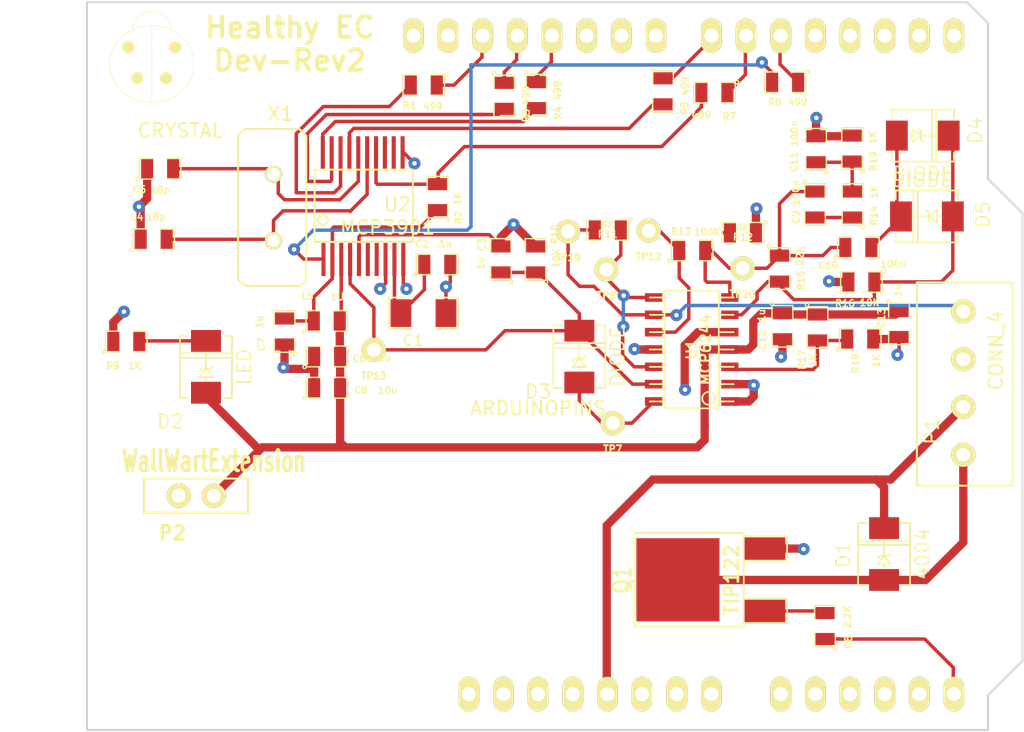
<source format=kicad_pcb>
(kicad_pcb (version 3) (host pcbnew "(2013-07-07 BZR 4022)-stable")
  (layers (15 F.Cu signal) (0 B.Cu signal) (18 B.Paste user) (19 F.Paste user) (20 B.SilkS user) (21 F.SilkS user) (22 B.Mask user) (23 F.Mask user) (28 Edge.Cuts user))
  (net 0 "")
  (net 1 /Arduino/ECPump)
  (net 2 /Arduino/MISO)
  (net 3 /Arduino/MOSI)
  (net 4 /Arduino/SCLK)
  (net 5 /Arduino/V+_ARD)
  (net 6 /Arduino/~CS)
  (net 7 /Arduino/~DR)
  (net 8 /Arduino/~RESET)
  (net 9 /DigitalAccess/DVdd)
  (net 10 /DigitalAccess/EC_Meas)
  (net 11 /DigitalAccess/MISO_ISO)
  (net 12 /DigitalAccess/MOSI_ISO)
  (net 13 /DigitalAccess/OSC1)
  (net 14 /DigitalAccess/OSC2)
  (net 15 /DigitalAccess/REFIN)
  (net 16 /DigitalAccess/SCLK_ISO)
  (net 17 /DigitalAccess/V+_WallWart)
  (net 18 /DigitalAccess/VGND)
  (net 19 /DigitalAccess/~CS_ISO)
  (net 20 /DigitalAccess/~DR)
  (net 21 /DigitalAccess/~RESET)
  (net 22 /EC/EC_Probe+)
  (net 23 /EC/G1)
  (net 24 /EC/f1)
  (net 25 /EC/f2)
  (net 26 "/EC/pin 14")
  (net 27 "/EC/pin 3")
  (net 28 "/EC/pin 6")
  (net 29 "/EC/pin 7")
  (net 30 "/Healthy pH Shield/LED")
  (net 31 /Pumps/SW_ECPump)
  (net 32 AC_Shrunk)
  (net 33 AGND)
  (net 34 EC_Signal)
  (net 35 GND)
  (net 36 N-0000039)
  (module SM1206 (layer F.Cu) (at 209.4484 122.8598)
    (fp_text reference C1 (at -0.762 2.0066) (layer F.SilkS) (effects (font (size 0.762 0.762) (thickness 0.127))))
    (fp_text value 10u hide)
    (pad 1 smd rect (at -1.651 0) (size 1.524 2.032) (layers F.Cu F.Paste F.Mask) (net 15 /DigitalAccess/REFIN))
    (pad 2 smd rect (at 1.651 0) (size 1.524 2.032) (layers F.Cu F.Paste F.Mask) (net 33 AGND))
  )
  (module SM0805 (layer F.Cu) (at 240.875 110.8 90)
    (fp_text reference R19 (at -0.92952 1.5553 90) (layer F.SilkS) (effects (font (size 0.50038 0.50038) (thickness 0.10922))))
    (fp_text value 1K (at 0.81292 1.50196 90) (layer F.SilkS) (effects (font (size 0.50038 0.50038) (thickness 0.10922))))
    (pad 1 smd rect (at -0.9525 0 90) (size 0.889 1.397) (layers F.Cu F.Paste F.Mask) (net 25 /EC/f2))
    (pad 2 smd rect (at 0.9525 0 90) (size 0.889 1.397) (layers F.Cu F.Paste F.Mask) (net 18 /DigitalAccess/VGND))
  )
  (module SM0805 (layer F.Cu) (at 202.38836 128.3335)
    (fp_text reference C8 (at 2.4892 0.1778) (layer F.SilkS) (effects (font (size 0.50038 0.50038) (thickness 0.10922))))
    (fp_text value 10u (at 4.445 0.2032) (layer F.SilkS) (effects (font (size 0.50038 0.50038) (thickness 0.10922))))
    (pad 1 smd rect (at -0.9525 0) (size 0.889 1.397) (layers F.Cu F.Paste F.Mask) (net 33 AGND))
    (pad 2 smd rect (at 0.9525 0) (size 0.889 1.397) (layers F.Cu F.Paste F.Mask) (net 17 /DigitalAccess/V+_WallWart))
  )
  (module SM0805 (layer F.Cu) (at 199.26336 124.2085 90)
    (fp_text reference C7 (at -0.9398 -1.6764 90) (layer F.SilkS) (effects (font (size 0.50038 0.50038) (thickness 0.10922))))
    (fp_text value 1u (at 0.7112 -1.8288 90) (layer F.SilkS) (effects (font (size 0.50038 0.50038) (thickness 0.10922))))
    (pad 1 smd rect (at -0.9525 0 90) (size 0.889 1.397) (layers F.Cu F.Paste F.Mask) (net 33 AGND))
    (pad 2 smd rect (at 0.9525 0 90) (size 0.889 1.397) (layers F.Cu F.Paste F.Mask) (net 9 /DigitalAccess/DVdd))
  )
  (module SM0805 (layer F.Cu) (at 202.36336 123.4335)
    (fp_text reference L5 (at -1.4265 -1.81322) (layer F.SilkS) (effects (font (size 0.50038 0.50038) (thickness 0.10922))))
    (fp_text value 1U (at 0.76552 -1.77258) (layer F.SilkS) (effects (font (size 0.50038 0.50038) (thickness 0.10922))))
    (pad 1 smd rect (at -0.9525 0) (size 0.889 1.397) (layers F.Cu F.Paste F.Mask) (net 9 /DigitalAccess/DVdd))
    (pad 2 smd rect (at 0.9525 0) (size 0.889 1.397) (layers F.Cu F.Paste F.Mask) (net 17 /DigitalAccess/V+_WallWart))
  )
  (module SM0805 (layer F.Cu) (at 190.15 112.275)
    (fp_text reference C5 (at -1.524 1.524) (layer F.SilkS) (effects (font (size 0.50038 0.50038) (thickness 0.10922))))
    (fp_text value 18p (at 0 1.524) (layer F.SilkS) (effects (font (size 0.50038 0.50038) (thickness 0.10922))))
    (pad 1 smd rect (at -0.9525 0) (size 0.889 1.397) (layers F.Cu F.Paste F.Mask) (net 33 AGND))
    (pad 2 smd rect (at 0.9525 0) (size 0.889 1.397) (layers F.Cu F.Paste F.Mask) (net 14 /DigitalAccess/OSC2))
  )
  (module SM0805 (layer F.Cu) (at 189.675 117.45)
    (fp_text reference C4 (at -1.2446 -1.6256) (layer F.SilkS) (effects (font (size 0.50038 0.50038) (thickness 0.10922))))
    (fp_text value 18p (at 0.1778 -1.651) (layer F.SilkS) (effects (font (size 0.50038 0.50038) (thickness 0.10922))))
    (pad 1 smd rect (at -0.9525 0) (size 0.889 1.397) (layers F.Cu F.Paste F.Mask) (net 33 AGND))
    (pad 2 smd rect (at 0.9525 0) (size 0.889 1.397) (layers F.Cu F.Paste F.Mask) (net 13 /DigitalAccess/OSC1))
  )
  (module SM0805 (layer F.Cu) (at 202.38836 126.0335)
    (fp_text reference C6 (at 2.3622 0.1778) (layer F.SilkS) (effects (font (size 0.50038 0.50038) (thickness 0.10922))))
    (fp_text value .1u (at 4.1148 0.0762) (layer F.SilkS) (effects (font (size 0.50038 0.50038) (thickness 0.10922))))
    (pad 1 smd rect (at -0.9525 0) (size 0.889 1.397) (layers F.Cu F.Paste F.Mask) (net 33 AGND))
    (pad 2 smd rect (at 0.9525 0) (size 0.889 1.397) (layers F.Cu F.Paste F.Mask) (net 17 /DigitalAccess/V+_WallWart))
  )
  (module SM0805 (layer F.Cu) (at 210.47964 114.36096 90)
    (fp_text reference R2 (at -1.4986 1.5494 90) (layer F.SilkS) (effects (font (size 0.50038 0.50038) (thickness 0.10922))))
    (fp_text value 1K (at -0.1016 1.4732 90) (layer F.SilkS) (effects (font (size 0.50038 0.50038) (thickness 0.10922))))
    (pad 1 smd rect (at -0.9525 0 90) (size 0.889 1.397) (layers F.Cu F.Paste F.Mask) (net 9 /DigitalAccess/DVdd))
    (pad 2 smd rect (at 0.9525 0 90) (size 0.889 1.397) (layers F.Cu F.Paste F.Mask) (net 20 /DigitalAccess/~DR))
  )
  (module SM0805 (layer F.Cu) (at 210.4644 119.28856)
    (fp_text reference C2 (at -1.1176 -1.50876) (layer F.SilkS) (effects (font (size 0.50038 0.50038) (thickness 0.10922))))
    (fp_text value .1u (at 0.4826 -1.53416) (layer F.SilkS) (effects (font (size 0.50038 0.50038) (thickness 0.10922))))
    (pad 1 smd rect (at -0.9525 0) (size 0.889 1.397) (layers F.Cu F.Paste F.Mask) (net 15 /DigitalAccess/REFIN))
    (pad 2 smd rect (at 0.9525 0) (size 0.889 1.397) (layers F.Cu F.Paste F.Mask) (net 33 AGND))
  )
  (module SM0805 (layer F.Cu) (at 238.3282 123.9139 270)
    (fp_text reference R17 (at 2.35966 1.12522 270) (layer F.SilkS) (effects (font (size 0.50038 0.50038) (thickness 0.10922))))
    (fp_text value 1K (at 2.44856 -4.29768 270) (layer F.SilkS) (effects (font (size 0.50038 0.50038) (thickness 0.10922))))
    (pad 1 smd rect (at -0.9525 0 270) (size 0.889 1.397) (layers F.Cu F.Paste F.Mask) (net 17 /DigitalAccess/V+_WallWart))
    (pad 2 smd rect (at 0.9525 0 270) (size 0.889 1.397) (layers F.Cu F.Paste F.Mask) (net 27 "/EC/pin 3"))
  )
  (module SM0805 (layer F.Cu) (at 241.4651 124.7648)
    (fp_text reference R18 (at -0.35052 1.77546 90) (layer F.SilkS) (effects (font (size 0.50038 0.50038) (thickness 0.10922))))
    (fp_text value 1K (at -3.4798 1.54432 90) (layer F.SilkS) (effects (font (size 0.50038 0.50038) (thickness 0.10922))))
    (pad 1 smd rect (at -0.9525 0) (size 0.889 1.397) (layers F.Cu F.Paste F.Mask) (net 27 "/EC/pin 3"))
    (pad 2 smd rect (at 0.9525 0) (size 0.889 1.397) (layers F.Cu F.Paste F.Mask) (net 33 AGND))
  )
  (module SM0805 (layer F.Cu) (at 215.125 118.925 90)
    (fp_text reference C3 (at 1.0922 -1.397 90) (layer F.SilkS) (effects (font (size 0.50038 0.50038) (thickness 0.10922))))
    (fp_text value 1u (at -0.2794 -1.4732 90) (layer F.SilkS) (effects (font (size 0.50038 0.50038) (thickness 0.10922))))
    (pad 1 smd rect (at -0.9525 0 90) (size 0.889 1.397) (layers F.Cu F.Paste F.Mask) (net 10 /DigitalAccess/EC_Meas))
    (pad 2 smd rect (at 0.9525 0 90) (size 0.889 1.397) (layers F.Cu F.Paste F.Mask) (net 18 /DigitalAccess/VGND))
  )
  (module SM0805 (layer F.Cu) (at 241.55 120.575 180)
    (fp_text reference R16 (at 1.19996 -1.5736 180) (layer F.SilkS) (effects (font (size 0.50038 0.50038) (thickness 0.10922))))
    (fp_text value 10K (at -0.59582 -1.52026 180) (layer F.SilkS) (effects (font (size 0.50038 0.50038) (thickness 0.10922))))
    (pad 1 smd rect (at -0.9525 0 180) (size 0.889 1.397) (layers F.Cu F.Paste F.Mask) (net 28 "/EC/pin 6"))
    (pad 2 smd rect (at 0.9525 0 180) (size 0.889 1.397) (layers F.Cu F.Paste F.Mask) (net 18 /DigitalAccess/VGND))
  )
  (module SM0805 (layer F.Cu) (at 238.225 110.85 90)
    (fp_text reference C11 (at -0.9398 -1.6256 90) (layer F.SilkS) (effects (font (size 0.50038 0.50038) (thickness 0.10922))))
    (fp_text value 100n (at 1.1474 -1.5732 90) (layer F.SilkS) (effects (font (size 0.50038 0.50038) (thickness 0.10922))))
    (pad 1 smd rect (at -0.9525 0 90) (size 0.889 1.397) (layers F.Cu F.Paste F.Mask) (net 25 /EC/f2))
    (pad 2 smd rect (at 0.9525 0 90) (size 0.889 1.397) (layers F.Cu F.Paste F.Mask) (net 18 /DigitalAccess/VGND))
  )
  (module SM0805 (layer F.Cu) (at 241.325 118.05)
    (fp_text reference C10 (at -2.20178 1.32492) (layer F.SilkS) (effects (font (size 0.50038 0.50038) (thickness 0.10922))))
    (fp_text value 100n (at 2.56326 1.20046) (layer F.SilkS) (effects (font (size 0.50038 0.50038) (thickness 0.10922))))
    (pad 1 smd rect (at -0.9525 0) (size 0.889 1.397) (layers F.Cu F.Paste F.Mask) (net 29 "/EC/pin 7"))
    (pad 2 smd rect (at 0.9525 0) (size 0.889 1.397) (layers F.Cu F.Paste F.Mask) (net 23 /EC/G1))
  )
  (module SM0805 (layer F.Cu) (at 235.55 119.6 270)
    (fp_text reference R15 (at 0.87728 -1.56408 270) (layer F.SilkS) (effects (font (size 0.50038 0.50038) (thickness 0.10922))))
    (fp_text value 22K (at -0.93628 -1.51074 270) (layer F.SilkS) (effects (font (size 0.50038 0.50038) (thickness 0.10922))))
    (pad 1 smd rect (at -0.9525 0 270) (size 0.889 1.397) (layers F.Cu F.Paste F.Mask) (net 29 "/EC/pin 7"))
    (pad 2 smd rect (at 0.9525 0 270) (size 0.889 1.397) (layers F.Cu F.Paste F.Mask) (net 28 "/EC/pin 6"))
  )
  (module SM0805 (layer F.Cu) (at 238.15 114.9 270)
    (fp_text reference C9 (at 0.91892 1.39152 270) (layer F.SilkS) (effects (font (size 0.50038 0.50038) (thickness 0.10922))))
    (fp_text value 100n (at -0.85908 1.4093 270) (layer F.SilkS) (effects (font (size 0.50038 0.50038) (thickness 0.10922))))
    (pad 1 smd rect (at -0.9525 0 270) (size 0.889 1.397) (layers F.Cu F.Paste F.Mask) (net 29 "/EC/pin 7"))
    (pad 2 smd rect (at 0.9525 0 270) (size 0.889 1.397) (layers F.Cu F.Paste F.Mask) (net 24 /EC/f1))
  )
  (module SM0805 (layer F.Cu) (at 240.9 114.9 90)
    (fp_text reference R14 (at -0.81224 1.56586 90) (layer F.SilkS) (effects (font (size 0.50038 0.50038) (thickness 0.10922))))
    (fp_text value 1K (at 0.9302 1.58364 90) (layer F.SilkS) (effects (font (size 0.50038 0.50038) (thickness 0.10922))))
    (pad 1 smd rect (at -0.9525 0 90) (size 0.889 1.397) (layers F.Cu F.Paste F.Mask) (net 24 /EC/f1))
    (pad 2 smd rect (at 0.9525 0 90) (size 0.889 1.397) (layers F.Cu F.Paste F.Mask) (net 25 /EC/f2))
  )
  (module SM0805 (layer F.Cu) (at 229.14864 118.27256)
    (fp_text reference R13 (at -0.81788 -1.38684) (layer F.SilkS) (effects (font (size 0.50038 0.50038) (thickness 0.10922))))
    (fp_text value 100K (at 1.10236 -1.35128) (layer F.SilkS) (effects (font (size 0.50038 0.50038) (thickness 0.10922))))
    (pad 1 smd rect (at -0.9525 0) (size 0.889 1.397) (layers F.Cu F.Paste F.Mask) (net 32 AC_Shrunk))
    (pad 2 smd rect (at 0.9525 0) (size 0.889 1.397) (layers F.Cu F.Paste F.Mask) (net 29 "/EC/pin 7"))
  )
  (module SM0805 (layer F.Cu) (at 217.675 118.925 90)
    (fp_text reference R10 (at 1.8542 1.397 90) (layer F.SilkS) (effects (font (size 0.50038 0.50038) (thickness 0.10922))))
    (fp_text value 10K (at 0.0762 1.524 90) (layer F.SilkS) (effects (font (size 0.50038 0.50038) (thickness 0.10922))))
    (pad 1 smd rect (at -0.9525 0 90) (size 0.889 1.397) (layers F.Cu F.Paste F.Mask) (net 10 /DigitalAccess/EC_Meas))
    (pad 2 smd rect (at 0.9525 0 90) (size 0.889 1.397) (layers F.Cu F.Paste F.Mask) (net 18 /DigitalAccess/VGND))
  )
  (module SM0805 (layer F.Cu) (at 209.4738 106.1466 180)
    (fp_text reference R1 (at 1.0414 -1.4986 180) (layer F.SilkS) (effects (font (size 0.50038 0.50038) (thickness 0.10922))))
    (fp_text value 499 (at -0.6604 -1.5748 180) (layer F.SilkS) (effects (font (size 0.50038 0.50038) (thickness 0.10922))))
    (pad 1 smd rect (at -0.9525 0 180) (size 0.889 1.397) (layers F.Cu F.Paste F.Mask) (net 4 /Arduino/SCLK))
    (pad 2 smd rect (at 0.9525 0 180) (size 0.889 1.397) (layers F.Cu F.Paste F.Mask) (net 16 /DigitalAccess/SCLK_ISO))
  )
  (module SM0805 (layer F.Cu) (at 187.6679 124.9426)
    (fp_text reference R9 (at -0.9779 1.778) (layer F.SilkS) (effects (font (size 0.50038 0.50038) (thickness 0.10922))))
    (fp_text value 1K (at 0.6223 1.778) (layer F.SilkS) (effects (font (size 0.50038 0.50038) (thickness 0.10922))))
    (pad 1 smd rect (at -0.9525 0) (size 0.889 1.397) (layers F.Cu F.Paste F.Mask) (net 33 AGND))
    (pad 2 smd rect (at 0.9525 0) (size 0.889 1.397) (layers F.Cu F.Paste F.Mask) (net 30 "/Healthy pH Shield/LED"))
  )
  (module SM0805 (layer F.Cu) (at 215.37422 106.934 270)
    (fp_text reference R3 (at 1.4478 -1.6002 270) (layer F.SilkS) (effects (font (size 0.50038 0.50038) (thickness 0.10922))))
    (fp_text value 499 (at -0.0254 -1.6002 270) (layer F.SilkS) (effects (font (size 0.50038 0.50038) (thickness 0.10922))))
    (pad 1 smd rect (at -0.9525 0 270) (size 0.889 1.397) (layers F.Cu F.Paste F.Mask) (net 2 /Arduino/MISO))
    (pad 2 smd rect (at 0.9525 0 270) (size 0.889 1.397) (layers F.Cu F.Paste F.Mask) (net 11 /DigitalAccess/MISO_ISO))
  )
  (module SM0805 (layer F.Cu) (at 217.7288 106.8832 270)
    (fp_text reference R4 (at 1.2954 -1.6002 270) (layer F.SilkS) (effects (font (size 0.50038 0.50038) (thickness 0.10922))))
    (fp_text value 499 (at -0.3302 -1.5748 270) (layer F.SilkS) (effects (font (size 0.50038 0.50038) (thickness 0.10922))))
    (pad 1 smd rect (at -0.9525 0 270) (size 0.889 1.397) (layers F.Cu F.Paste F.Mask) (net 3 /Arduino/MOSI))
    (pad 2 smd rect (at 0.9525 0 270) (size 0.889 1.397) (layers F.Cu F.Paste F.Mask) (net 12 /DigitalAccess/MOSI_ISO))
  )
  (module SM0805 (layer F.Cu) (at 227.00742 106.6038 270)
    (fp_text reference R5 (at 1.2446 -1.6002 270) (layer F.SilkS) (effects (font (size 0.50038 0.50038) (thickness 0.10922))))
    (fp_text value 499 (at -0.381 -1.6256 270) (layer F.SilkS) (effects (font (size 0.50038 0.50038) (thickness 0.10922))))
    (pad 1 smd rect (at -0.9525 0 270) (size 0.889 1.397) (layers F.Cu F.Paste F.Mask) (net 6 /Arduino/~CS))
    (pad 2 smd rect (at 0.9525 0 270) (size 0.889 1.397) (layers F.Cu F.Paste F.Mask) (net 19 /DigitalAccess/~CS_ISO))
  )
  (module SM0805 (layer F.Cu) (at 238.87938 145.796 90)
    (fp_text reference R8 (at -1.1684 1.7272 90) (layer F.SilkS) (effects (font (size 0.50038 0.50038) (thickness 0.10922))))
    (fp_text value 2.2K (at 0.6604 1.6256 90) (layer F.SilkS) (effects (font (size 0.50038 0.50038) (thickness 0.10922))))
    (pad 1 smd rect (at -0.9525 0 90) (size 0.889 1.397) (layers F.Cu F.Paste F.Mask) (net 1 /Arduino/ECPump))
    (pad 2 smd rect (at 0.9525 0 90) (size 0.889 1.397) (layers F.Cu F.Paste F.Mask) (net 36 N-0000039))
  )
  (module SM0805 (layer F.Cu) (at 230.77678 106.69778 180)
    (fp_text reference R7 (at -1.0922 -1.7526 180) (layer F.SilkS) (effects (font (size 0.50038 0.50038) (thickness 0.10922))))
    (fp_text value 499 (at 0.9652 -1.651 180) (layer F.SilkS) (effects (font (size 0.50038 0.50038) (thickness 0.10922))))
    (pad 1 smd rect (at -0.9525 0 180) (size 0.889 1.397) (layers F.Cu F.Paste F.Mask) (net 7 /Arduino/~DR))
    (pad 2 smd rect (at 0.9525 0 180) (size 0.889 1.397) (layers F.Cu F.Paste F.Mask) (net 20 /DigitalAccess/~DR))
  )
  (module SM0805 (layer F.Cu) (at 235.95838 105.9434 180)
    (fp_text reference R6 (at 0.762 -1.4732 180) (layer F.SilkS) (effects (font (size 0.50038 0.50038) (thickness 0.10922))))
    (fp_text value 499 (at -0.9144 -1.4478 180) (layer F.SilkS) (effects (font (size 0.50038 0.50038) (thickness 0.10922))))
    (pad 1 smd rect (at -0.9525 0 180) (size 0.889 1.397) (layers F.Cu F.Paste F.Mask) (net 8 /Arduino/~RESET))
    (pad 2 smd rect (at 0.9525 0 180) (size 0.889 1.397) (layers F.Cu F.Paste F.Mask) (net 21 /DigitalAccess/~RESET))
  )
  (module LB_TestPoint (layer F.Cu) (at 205.8162 125.5522)
    (fp_text reference TP15 (at 0 1.9) (layer F.SilkS) (effects (font (size 0.508 0.508) (thickness 0.127))))
    (fp_text value CONN_1 (at 0 -0.1) (layer F.SilkS) (effects (font (size 0.254 0.254) (thickness 0.0635))))
    (pad 1 thru_hole circle (at 0 0) (size 1.778 1.778) (drill 1.016) (layers *.Cu *.Mask F.SilkS) (net 10 /DigitalAccess/EC_Meas))
  )
  (module LB_MCP3901 (layer F.Cu) (at 201.422 112.395)
    (fp_text reference U2 (at 6.1214 2.4892) (layer F.SilkS))
    (fp_text value MCP3901 (at 5.3848 4.191) (layer F.SilkS))
    (pad 1 smd rect (at 0.7 6.5) (size 0.3 2.5) (layers F.Cu F.Paste F.Mask) (net 21 /DigitalAccess/~RESET))
    (pad 2 smd rect (at 1.35 6.5) (size 0.3 2.5) (layers F.Cu F.Paste F.Mask) (net 9 /DigitalAccess/DVdd))
    (pad 3 smd rect (at 2 6.5) (size 0.3 2.5) (layers F.Cu F.Paste F.Mask) (net 17 /DigitalAccess/V+_WallWart))
    (pad 4 smd rect (at 2.65 6.5) (size 0.3 2.5) (layers F.Cu F.Paste F.Mask) (net 10 /DigitalAccess/EC_Meas))
    (pad 5 smd rect (at 3.3 6.5) (size 0.3 2.5) (layers F.Cu F.Paste F.Mask) (net 18 /DigitalAccess/VGND))
    (pad 6 smd rect (at 3.95 6.5) (size 0.3 2.5) (layers F.Cu F.Paste F.Mask))
    (pad 7 smd rect (at 4.6 6.5) (size 0.3 2.5) (layers F.Cu F.Paste F.Mask))
    (pad 8 smd rect (at 5.25 6.5) (size 0.3 2.5) (layers F.Cu F.Paste F.Mask) (net 33 AGND))
    (pad 9 smd rect (at 5.9 6.5) (size 0.3 2.5) (layers F.Cu F.Paste F.Mask) (net 15 /DigitalAccess/REFIN))
    (pad 10 smd rect (at 6.55 6.5) (size 0.3 2.5) (layers F.Cu F.Paste F.Mask) (net 33 AGND))
    (pad 11 smd rect (at 6.5 -1.25) (size 0.3 2.5) (layers F.Cu F.Paste F.Mask) (net 33 AGND))
    (pad 12 smd rect (at 5.85 -1.25) (size 0.3 2.5) (layers F.Cu F.Paste F.Mask))
    (pad 13 smd rect (at 5.2 -1.25) (size 0.3 2.5) (layers F.Cu F.Paste F.Mask))
    (pad 14 smd rect (at 4.55 -1.25) (size 0.3 2.5) (layers F.Cu F.Paste F.Mask) (net 20 /DigitalAccess/~DR))
    (pad 15 smd rect (at 3.9 -1.25) (size 0.3 2.5) (layers F.Cu F.Paste F.Mask) (net 13 /DigitalAccess/OSC1))
    (pad 16 smd rect (at 3.25 -1.25) (size 0.3 2.5) (layers F.Cu F.Paste F.Mask) (net 14 /DigitalAccess/OSC2))
    (pad 17 smd rect (at 2.6 -1.25) (size 0.3 2.5) (layers F.Cu F.Paste F.Mask) (net 19 /DigitalAccess/~CS_ISO))
    (pad 18 smd rect (at 1.95 -1.25) (size 0.3 2.5) (layers F.Cu F.Paste F.Mask) (net 16 /DigitalAccess/SCLK_ISO))
    (pad 19 smd rect (at 1.3 -1.25) (size 0.3 2.5) (layers F.Cu F.Paste F.Mask) (net 11 /DigitalAccess/MISO_ISO))
    (pad 20 smd rect (at 0.65 -1.25) (size 0.3 2.5) (layers F.Cu F.Paste F.Mask) (net 12 /DigitalAccess/MOSI_ISO))
  )
  (module LB_Crystal (layer F.Cu) (at 195.8594 109.3724 270)
    (fp_text reference X1 (at -1.13396 -3.1086 360) (layer F.SilkS))
    (fp_text value CRYSTAL (at 0.10556 4.25232 360) (layer F.SilkS))
    (pad 1 thru_hole circle (at 3.3 -2.6 270) (size 1.27 1.27) (drill 0.9) (layers *.Cu *.Mask F.SilkS) (net 14 /DigitalAccess/OSC2))
    (pad 2 thru_hole circle (at 8.18 -2.6 270) (size 1.27 1.27) (drill 0.9) (layers *.Cu *.Mask F.SilkS) (net 13 /DigitalAccess/OSC1))
  )
  (module LB_4PosTB (layer F.Cu) (at 245.618 135.509 90)
    (fp_text reference P1 (at 3.9878 1.0922 90) (layer F.SilkS))
    (fp_text value CONN_4 (at 9.9 5.8 90) (layer F.SilkS))
    (pad 1 thru_hole circle (at 2.27 3.4 90) (size 1.778 1.778) (drill 1) (layers *.Cu *.Mask F.SilkS) (net 31 /Pumps/SW_ECPump))
    (pad 2 thru_hole circle (at 5.77 3.4 90) (size 1.778 1.778) (drill 1) (layers *.Cu *.Mask F.SilkS) (net 5 /Arduino/V+_ARD))
    (pad 3 thru_hole circle (at 9.27 3.4 90) (size 1.778 1.778) (drill 1) (layers *.Cu *.Mask F.SilkS) (net 18 /DigitalAccess/VGND))
    (pad 4 thru_hole circle (at 12.77 3.4 90) (size 1.778 1.778) (drill 0.9906) (layers *.Cu *.Mask F.SilkS) (net 22 /EC/EC_Probe+))
  )
  (module LB_2TB (layer F.Cu) (at 188.976 137.4902)
    (fp_text reference P2 (at 2.06 1.5) (layer F.SilkS) (effects (font (thickness 0.25))))
    (fp_text value WallWartExtension (at 5.12 -3.79) (layer F.SilkS) (effects (font (size 1.524 1) (thickness 0.25))))
    (pad 1 thru_hole circle (at 2.54 -1.25) (size 1.778 1.778) (drill 1.016) (layers *.Cu *.Mask F.SilkS) (net 33 AGND))
    (pad 2 thru_hole circle (at 5.1 -1.24) (size 1.778 1.778) (drill 1.016) (layers *.Cu *.Mask F.SilkS) (net 17 /DigitalAccess/V+_WallWart))
  )
  (module "DO-214AC(SMA)" (layer F.Cu) (at 220.875 126.05 90)
    (fp_text reference D3 (at -2.5654 -3.0226 180) (layer F.SilkS) (effects (font (size 1.00076 1.00076) (thickness 0.11938))))
    (fp_text value DIODE (at 0 2.79908 90) (layer F.SilkS) (effects (font (size 1.00076 1.00076) (thickness 0.11938))))
    (pad 1 smd rect (at -1.89992 0 90) (size 1.6002 2.19964) (layers F.Cu F.Paste F.Mask) (net 26 "/EC/pin 14"))
    (pad 2 smd rect (at 1.89992 0 90) (size 1.6002 2.19964) (layers F.Cu F.Paste F.Mask) (net 10 /DigitalAccess/EC_Meas))
  )
  (module "DO-214AC(SMA)" (layer F.Cu) (at 246.35 115.775 180)
    (fp_text reference D5 (at -4.10034 0.1369 270) (layer F.SilkS) (effects (font (size 1.00076 1.00076) (thickness 0.11938))))
    (fp_text value DIODE (at 0.3556 2.667 180) (layer F.SilkS) (effects (font (size 1.00076 1.00076) (thickness 0.11938))))
    (pad 1 smd rect (at -1.89992 0 180) (size 1.6002 2.19964) (layers F.Cu F.Paste F.Mask) (net 28 "/EC/pin 6"))
    (pad 2 smd rect (at 1.89992 0 180) (size 1.6002 2.19964) (layers F.Cu F.Paste F.Mask) (net 23 /EC/G1))
  )
  (module "DO-214AC(SMA)" (layer F.Cu) (at 246.05 109.85)
    (fp_text reference D4 (at 3.85648 -0.36066 90) (layer F.SilkS) (effects (font (size 1.00076 1.00076) (thickness 0.11938))))
    (fp_text value DIODE (at 0 2.79908) (layer F.SilkS) (effects (font (size 1.00076 1.00076) (thickness 0.11938))))
    (pad 1 smd rect (at -1.89992 0) (size 1.6002 2.19964) (layers F.Cu F.Paste F.Mask) (net 23 /EC/G1))
    (pad 2 smd rect (at 1.89992 0) (size 1.6002 2.19964) (layers F.Cu F.Paste F.Mask) (net 28 "/EC/pin 6"))
  )
  (module "DO-214AC(SMA)" (layer F.Cu) (at 193.5099 126.7968 90)
    (fp_text reference D2 (at -4.0132 -2.6289 180) (layer F.SilkS) (effects (font (size 1.00076 1.00076) (thickness 0.11938))))
    (fp_text value LED (at 0 2.79908 90) (layer F.SilkS) (effects (font (size 1.00076 1.00076) (thickness 0.11938))))
    (pad 1 smd rect (at -1.89992 0 90) (size 1.6002 2.19964) (layers F.Cu F.Paste F.Mask) (net 17 /DigitalAccess/V+_WallWart))
    (pad 2 smd rect (at 1.89992 0 90) (size 1.6002 2.19964) (layers F.Cu F.Paste F.Mask) (net 30 "/Healthy pH Shield/LED"))
  )
  (module "DO-214AC(SMA)" (layer F.Cu) (at 243.21262 140.52042 90)
    (fp_text reference D1 (at -0.04064 -2.98958 90) (layer F.SilkS) (effects (font (size 1.00076 1.00076) (thickness 0.11938))))
    (fp_text value 4004 (at 0 2.79908 90) (layer F.SilkS) (effects (font (size 1.00076 1.00076) (thickness 0.11938))))
    (pad 1 smd rect (at -1.89992 0 90) (size 1.6002 2.19964) (layers F.Cu F.Paste F.Mask) (net 31 /Pumps/SW_ECPump))
    (pad 2 smd rect (at 1.89992 0 90) (size 1.6002 2.19964) (layers F.Cu F.Paste F.Mask) (net 5 /Arduino/V+_ARD))
  )
  (module so-14 (layer F.Cu) (at 229.11308 125.5268 90)
    (fp_text reference U1 (at 0 0 90) (layer F.SilkS) (effects (font (size 0.7493 0.7493) (thickness 0.14986))))
    (fp_text value MCP6244 (at 0 1.016 90) (layer F.SilkS) (effects (font (size 0.7493 0.7493) (thickness 0.14986))))
    (pad 1 smd rect (at -3.81 2.794 90) (size 0.635 1.27) (layers F.Cu F.Paste F.Mask) (net 18 /DigitalAccess/VGND))
    (pad 2 smd rect (at -2.54 2.794 90) (size 0.635 1.27) (layers F.Cu F.Paste F.Mask) (net 18 /DigitalAccess/VGND))
    (pad 3 smd rect (at -1.27 2.794 90) (size 0.635 1.27) (layers F.Cu F.Paste F.Mask) (net 27 "/EC/pin 3"))
    (pad 4 smd rect (at 0 2.794 90) (size 0.635 1.27) (layers F.Cu F.Paste F.Mask) (net 17 /DigitalAccess/V+_WallWart))
    (pad 5 smd rect (at 1.27 2.794 90) (size 0.635 1.27) (layers F.Cu F.Paste F.Mask) (net 18 /DigitalAccess/VGND))
    (pad 6 smd rect (at 2.54 2.794 90) (size 0.635 1.27) (layers F.Cu F.Paste F.Mask) (net 28 "/EC/pin 6"))
    (pad 7 smd rect (at 3.81 2.794 90) (size 0.635 1.27) (layers F.Cu F.Paste F.Mask) (net 29 "/EC/pin 7"))
    (pad 8 smd rect (at 3.81 -2.794 90) (size 0.635 1.27) (layers F.Cu F.Paste F.Mask) (net 34 EC_Signal))
    (pad 9 smd rect (at 2.54 -2.794 90) (size 0.635 1.27) (layers F.Cu F.Paste F.Mask) (net 22 /EC/EC_Probe+))
    (pad 10 smd rect (at 1.27 -2.794 90) (size 0.635 1.27) (layers F.Cu F.Paste F.Mask) (net 32 AC_Shrunk))
    (pad 11 smd rect (at 0 -2.794 90) (size 0.635 1.27) (layers F.Cu F.Paste F.Mask) (net 33 AGND))
    (pad 12 smd rect (at -1.27 -2.794 90) (size 0.635 1.27) (layers F.Cu F.Paste F.Mask) (net 34 EC_Signal))
    (pad 13 smd rect (at -2.54 -2.794 90) (size 0.635 1.27) (layers F.Cu F.Paste F.Mask) (net 10 /DigitalAccess/EC_Meas))
    (pad 14 smd rect (at -3.81 -2.794 90) (size 0.635 1.27) (layers F.Cu F.Paste F.Mask) (net 26 "/EC/pin 14"))
  )
  (module DPAK2 (layer F.Cu) (at 234.45216 142.4051 90)
    (fp_text reference Q1 (at 0 -10.414 90) (layer F.SilkS) (effects (font (size 1.27 1.016) (thickness 0.2032))))
    (fp_text value TIP122 (at 0 -2.413 90) (layer F.SilkS) (effects (font (size 1.016 1.016) (thickness 0.2032))))
    (pad 1 smd rect (at -2.286 0 90) (size 1.651 3.048) (layers F.Cu F.Paste F.Mask) (net 36 N-0000039))
    (pad 2 smd rect (at 0 -6.35 90) (size 6.096 6.096) (layers F.Cu F.Paste F.Mask) (net 31 /Pumps/SW_ECPump))
    (pad 3 smd rect (at 2.286 0 90) (size 1.651 3.048) (layers F.Cu F.Paste F.Mask) (net 35 GND))
  )
  (module SM0805 (layer F.Cu) (at 235.7628 123.825 270)
    (fp_text reference C12 (at 1.00838 1.45796 270) (layer F.SilkS) (effects (font (size 0.50038 0.50038) (thickness 0.10922))))
    (fp_text value .1u (at -0.68072 1.52908 270) (layer F.SilkS) (effects (font (size 0.50038 0.50038) (thickness 0.10922))))
    (pad 1 smd rect (at -0.9525 0 270) (size 0.889 1.397) (layers F.Cu F.Paste F.Mask) (net 17 /DigitalAccess/V+_WallWart))
    (pad 2 smd rect (at 0.9525 0 270) (size 0.889 1.397) (layers F.Cu F.Paste F.Mask) (net 33 AGND))
  )
  (module SM0805 (layer F.Cu) (at 244.3099 123.6599 270)
    (fp_text reference C13 (at -0.4445 1.27508 270) (layer F.SilkS) (effects (font (size 0.50038 0.50038) (thickness 0.10922))))
    (fp_text value .1u (at -2.36474 0.1016 270) (layer F.SilkS) (effects (font (size 0.50038 0.50038) (thickness 0.10922))))
    (pad 1 smd rect (at -0.9525 0 270) (size 0.889 1.397) (layers F.Cu F.Paste F.Mask) (net 17 /DigitalAccess/V+_WallWart))
    (pad 2 smd rect (at 0.9525 0 270) (size 0.889 1.397) (layers F.Cu F.Paste F.Mask) (net 33 AGND))
  )
  (module LB_TestPoint (layer F.Cu) (at 232.8418 119.5705)
    (fp_text reference TP20 (at 0 1.9) (layer F.SilkS) (effects (font (size 0.508 0.508) (thickness 0.127))))
    (fp_text value CONN_1 (at 0 -0.1) (layer F.SilkS) (effects (font (size 0.254 0.254) (thickness 0.0635))))
    (pad 1 thru_hole circle (at 0 0) (size 1.778 1.778) (drill 1.016) (layers *.Cu *.Mask F.SilkS) (net 29 "/EC/pin 7"))
  )
  (module LB_TestPoint (layer F.Cu) (at 225.9584 116.8146)
    (fp_text reference TP12 (at 0 1.9) (layer F.SilkS) (effects (font (size 0.508 0.508) (thickness 0.127))))
    (fp_text value CONN_1 (at 0 -0.1) (layer F.SilkS) (effects (font (size 0.254 0.254) (thickness 0.0635))))
    (pad 1 thru_hole circle (at 0 0) (size 1.778 1.778) (drill 1.016) (layers *.Cu *.Mask F.SilkS) (net 32 AC_Shrunk))
  )
  (module LB_TestPoint (layer F.Cu) (at 222.86214 119.66194)
    (fp_text reference TP8 (at 0 1.9) (layer F.SilkS) (effects (font (size 0.508 0.508) (thickness 0.127))))
    (fp_text value CONN_1 (at 0 -0.1) (layer F.SilkS) (effects (font (size 0.254 0.254) (thickness 0.0635))))
    (pad 1 thru_hole circle (at 0 0) (size 1.778 1.778) (drill 1.016) (layers *.Cu *.Mask F.SilkS) (net 34 EC_Signal))
  )
  (module LB_TestPoint (layer F.Cu) (at 223.325 130.925)
    (fp_text reference TP7 (at 0 1.9) (layer F.SilkS) (effects (font (size 0.508 0.508) (thickness 0.127))))
    (fp_text value CONN_1 (at 0 -0.1) (layer F.SilkS) (effects (font (size 0.254 0.254) (thickness 0.0635))))
    (pad 1 thru_hole circle (at 0 0) (size 1.778 1.778) (drill 1.016) (layers *.Cu *.Mask F.SilkS) (net 26 "/EC/pin 14"))
  )
  (module LB_TestPoint (layer F.Cu) (at 220.05 116.875)
    (fp_text reference TP18 (at 0 1.9) (layer F.SilkS) (effects (font (size 0.508 0.508) (thickness 0.127))))
    (fp_text value CONN_1 (at 0 -0.1) (layer F.SilkS) (effects (font (size 0.254 0.254) (thickness 0.0635))))
    (pad 1 thru_hole circle (at 0 0) (size 1.778 1.778) (drill 1.016) (layers *.Cu *.Mask F.SilkS) (net 22 /EC/EC_Probe+))
  )
  (module Ladybug_small (layer F.Cu) (at 189.5221 104.1273)
    (fp_text reference "" (at 0 0) (layer F.SilkS) (effects (font (size 1.524 1.524))))
    (fp_text value "" (at 0 0) (layer F.SilkS) (effects (font (size 1.524 1.524))))
  )
  (module ArduinoLettuceBuddy (layer F.Cu) (at 184.8358 153.32456)
    (fp_text reference ARD1 hide)
    (fp_text value ARDUINOPINS (at 33.02 -23.495) (layer F.SilkS))
    (pad 19 thru_hole oval (at 41.656 -50.8) (size 1.524 2.54) (drill 1.016) (layers *.Cu *.Mask F.SilkS))
    (pad 20 thru_hole oval (at 39.116 -50.8) (size 1.524 2.54) (drill 1.016) (layers *.Cu *.Mask F.SilkS))
    (pad 21 thru_hole oval (at 36.576 -50.8) (size 1.524 2.54) (drill 1.016) (layers *.Cu *.Mask F.SilkS))
    (pad 22 thru_hole oval (at 34.036 -50.8) (size 1.524 2.54) (drill 1.016) (layers *.Cu *.Mask F.SilkS) (net 3 /Arduino/MOSI))
    (pad 23 thru_hole oval (at 31.496 -50.8) (size 1.524 2.54) (drill 1.016) (layers *.Cu *.Mask F.SilkS) (net 2 /Arduino/MISO))
    (pad 24 thru_hole oval (at 28.956 -50.8) (size 1.524 2.54) (drill 1.016) (layers *.Cu *.Mask F.SilkS) (net 4 /Arduino/SCLK))
    (pad 25 thru_hole oval (at 26.416 -50.8) (size 1.524 2.54) (drill 1.016) (layers *.Cu *.Mask F.SilkS))
    (pad 26 thru_hole oval (at 23.876 -50.8) (size 1.524 2.54) (drill 1.016) (layers *.Cu *.Mask F.SilkS))
    (pad 28 thru_hole oval (at 35.56 -2.54) (size 1.524 2.54) (drill 1.016) (layers *.Cu *.Mask F.SilkS))
    (pad 27 thru_hole oval (at 33.02 -2.54) (size 1.524 2.54) (drill 1.016) (layers *.Cu *.Mask F.SilkS))
    (pad 29 thru_hole oval (at 30.48 -2.54) (size 1.524 2.54) (drill 1.016) (layers *.Cu *.Mask F.SilkS))
    (pad 30 thru_hole oval (at 27.94 -2.54) (size 1.524 2.54) (drill 1.016) (layers *.Cu *.Mask F.SilkS))
    (pad 1 thru_hole oval (at 38.1 -2.54) (size 1.524 2.54) (drill 1.016) (layers *.Cu *.Mask F.SilkS) (net 5 /Arduino/V+_ARD))
    (pad 2 thru_hole oval (at 40.64 -2.54) (size 1.524 2.54) (drill 1.016) (layers *.Cu *.Mask F.SilkS) (net 35 GND))
    (pad 3 thru_hole oval (at 43.18 -2.54) (size 1.524 2.54) (drill 1.016) (layers *.Cu *.Mask F.SilkS) (net 35 GND))
    (pad 4 thru_hole oval (at 45.72 -2.54) (size 1.524 2.54) (drill 1.016) (layers *.Cu *.Mask F.SilkS))
    (pad 5 thru_hole oval (at 50.8 -2.54) (size 1.524 2.54) (drill 1.016) (layers *.Cu *.Mask F.SilkS))
    (pad 6 thru_hole oval (at 53.34 -2.54) (size 1.524 2.54) (drill 1.016) (layers *.Cu *.Mask F.SilkS))
    (pad 7 thru_hole oval (at 55.88 -2.54) (size 1.524 2.54) (drill 1.016) (layers *.Cu *.Mask F.SilkS))
    (pad 8 thru_hole oval (at 58.42 -2.54) (size 1.524 2.54) (drill 1.016) (layers *.Cu *.Mask F.SilkS))
    (pad 9 thru_hole oval (at 60.96 -2.54) (size 1.524 2.54) (drill 1.016) (layers *.Cu *.Mask F.SilkS))
    (pad 10 thru_hole oval (at 63.5 -2.54) (size 1.524 2.54) (drill 1.016) (layers *.Cu *.Mask F.SilkS) (net 1 /Arduino/ECPump))
    (pad 11 thru_hole oval (at 63.5 -50.8) (size 1.524 2.54) (drill 1.016) (layers *.Cu *.Mask F.SilkS))
    (pad 12 thru_hole oval (at 60.96 -50.8) (size 1.524 2.54) (drill 1.016) (layers *.Cu *.Mask F.SilkS))
    (pad 13 thru_hole oval (at 58.42 -50.8) (size 1.524 2.54) (drill 1.016) (layers *.Cu *.Mask F.SilkS))
    (pad 14 thru_hole oval (at 55.88 -50.8) (size 1.524 2.54) (drill 1.016) (layers *.Cu *.Mask F.SilkS))
    (pad 15 thru_hole oval (at 53.34 -50.8) (size 1.524 2.54) (drill 1.016) (layers *.Cu *.Mask F.SilkS))
    (pad 16 thru_hole oval (at 50.8 -50.8) (size 1.524 2.54) (drill 1.016) (layers *.Cu *.Mask F.SilkS) (net 8 /Arduino/~RESET))
    (pad 17 thru_hole oval (at 48.26 -50.8) (size 1.524 2.54) (drill 1.016) (layers *.Cu *.Mask F.SilkS) (net 7 /Arduino/~DR))
    (pad 18 thru_hole oval (at 45.72 -50.8) (size 1.524 2.54) (drill 1.016) (layers *.Cu *.Mask F.SilkS) (net 6 /Arduino/~CS))
  )
  (module SM0805 (layer F.Cu) (at 222.9612 116.7638 180)
    (fp_text reference R11 (at 0 -0.3175 180) (layer F.SilkS) (effects (font (size 0.50038 0.50038) (thickness 0.10922))))
    (fp_text value 0K (at 0 0.381 180) (layer F.SilkS) (effects (font (size 0.50038 0.50038) (thickness 0.10922))))
    (pad 1 smd rect (at -0.9525 0 180) (size 0.889 1.397) (layers F.Cu F.Paste F.Mask) (net 34 EC_Signal))
    (pad 2 smd rect (at 0.9525 0 180) (size 0.889 1.397) (layers F.Cu F.Paste F.Mask) (net 22 /EC/EC_Probe+))
  )
  (module SM0805 (layer F.Cu) (at 232.86466 116.97462 180)
    (fp_text reference R12 (at 0 -0.3175 180) (layer F.SilkS) (effects (font (size 0.50038 0.50038) (thickness 0.10922))))
    (fp_text value 0K (at 0 0.381 180) (layer F.SilkS) (effects (font (size 0.50038 0.50038) (thickness 0.10922))))
    (pad 1 smd rect (at -0.9525 0 180) (size 0.889 1.397) (layers F.Cu F.Paste F.Mask) (net 18 /DigitalAccess/VGND))
    (pad 2 smd rect (at 0.9525 0 180) (size 0.889 1.397) (layers F.Cu F.Paste F.Mask) (net 32 AC_Shrunk))
  )
  (gr_text "Healthy EC\nDev-Rev2" (at 199.65416 103.1367) (layer F.SilkS) (effects (font (size 1.5 1.5) (thickness 0.3))))
  (gr_line (start 184.785 153.416) (end 184.785 100.0887) (angle 90) (layer Edge.Cuts) (width 0.1524))
  (gr_line (start 250.825 153.416) (end 184.785 153.416) (angle 90) (layer Edge.Cuts) (width 0.1524))
  (gr_line (start 250.825 150.876) (end 250.825 153.416) (angle 90) (layer Edge.Cuts) (width 0.1524))
  (gr_line (start 253.3523 148.3487) (end 250.825 150.876) (angle 90) (layer Edge.Cuts) (width 0.1524))
  (gr_line (start 253.3523 115.5446) (end 253.3523 148.3487) (angle 90) (layer Edge.Cuts) (width 0.1524))
  (gr_line (start 250.825 113.0173) (end 253.3523 115.5446) (angle 90) (layer Edge.Cuts) (width 0.1524))
  (gr_line (start 250.825 101.6127) (end 250.825 113.0173) (angle 90) (layer Edge.Cuts) (width 0.1524))
  (gr_line (start 184.785 100.076) (end 249.301 100.076) (angle 90) (layer Edge.Cuts) (width 0.1524))
  (gr_line (start 249.301 100.076) (end 250.8123 101.5873) (angle 90) (layer Edge.Cuts) (width 0.1524))
  (segment (start 238.87938 146.7485) (end 246.19204 146.7485) (width 0.254) (layer F.Cu) (net 1))
  (segment (start 248.285 148.84146) (end 248.285 150.876) (width 0.254) (layer F.Cu) (net 1))
  (segment (start 246.19204 146.7485) (end 248.285 148.84146) (width 0.254) (layer F.Cu) (net 1))
  (segment (start 215.37422 105.9815) (end 215.37422 105.18902) (width 0.254) (layer F.Cu) (net 2))
  (segment (start 216.281 104.28224) (end 216.281 102.616) (width 0.254) (layer F.Cu) (net 2))
  (segment (start 215.37422 105.18902) (end 216.281 104.28224) (width 0.254) (layer F.Cu) (net 2))
  (segment (start 217.7288 105.9307) (end 217.7288 105.537) (width 0.254) (layer F.Cu) (net 3))
  (segment (start 218.821 104.4448) (end 218.821 102.616) (width 0.254) (layer F.Cu) (net 3))
  (segment (start 217.7288 105.537) (end 218.821 104.4448) (width 0.254) (layer F.Cu) (net 3))
  (segment (start 210.4263 106.1466) (end 211.68614 106.1466) (width 0.254) (layer F.Cu) (net 4))
  (segment (start 213.741 104.09174) (end 213.741 102.616) (width 0.254) (layer F.Cu) (net 4))
  (segment (start 211.68614 106.1466) (end 213.741 104.09174) (width 0.254) (layer F.Cu) (net 4))
  (segment (start 213.741 103.505) (end 213.741 102.616) (width 0.254) (layer F.Cu) (net 4))
  (segment (start 243.21262 138.6205) (end 243.21262 135.61822) (width 0.6096) (layer F.Cu) (net 5))
  (segment (start 243.21262 135.61822) (end 242.65128 135.05688) (width 0.6096) (layer F.Cu) (net 5))
  (segment (start 222.885 150.876) (end 222.885 138.42746) (width 0.6096) (layer F.Cu) (net 5))
  (segment (start 243.70012 135.05688) (end 249.018 129.739) (width 0.6096) (layer F.Cu) (net 5))
  (segment (start 226.25558 135.05688) (end 242.65128 135.05688) (width 0.6096) (layer F.Cu) (net 5))
  (segment (start 242.65128 135.05688) (end 243.70012 135.05688) (width 0.6096) (layer F.Cu) (net 5))
  (segment (start 222.885 138.42746) (end 226.25558 135.05688) (width 0.6096) (layer F.Cu) (net 5))
  (segment (start 227.00742 105.6513) (end 227.67798 105.6513) (width 0.254) (layer F.Cu) (net 6))
  (segment (start 230.505 102.82428) (end 230.505 102.616) (width 0.254) (layer F.Cu) (net 6))
  (segment (start 227.67798 105.6513) (end 230.505 102.82428) (width 0.254) (layer F.Cu) (net 6))
  (segment (start 233.045 102.616) (end 233.045 105.38206) (width 0.254) (layer F.Cu) (net 7))
  (segment (start 233.045 105.38206) (end 231.72928 106.69778) (width 0.254) (layer F.Cu) (net 7))
  (segment (start 235.585 102.616) (end 235.585 104.61752) (width 0.254) (layer F.Cu) (net 8))
  (segment (start 235.585 104.61752) (end 236.91088 105.9434) (width 0.254) (layer F.Cu) (net 8))
  (segment (start 201.41086 123.4335) (end 199.44086 123.4335) (width 0.254) (layer F.Cu) (net 9))
  (segment (start 199.44086 123.4335) (end 199.26336 123.256) (width 0.254) (layer F.Cu) (net 9))
  (segment (start 202.772 118.895) (end 202.772 116.66348) (width 0.254) (layer F.Cu) (net 9))
  (segment (start 209.2452 116.5479) (end 210.47964 115.31346) (width 0.254) (layer F.Cu) (net 9))
  (segment (start 202.88758 116.5479) (end 209.2452 116.5479) (width 0.254) (layer F.Cu) (net 9))
  (segment (start 202.772 116.66348) (end 202.88758 116.5479) (width 0.254) (layer F.Cu) (net 9))
  (segment (start 202.772 118.895) (end 202.772 120.32616) (width 0.254) (layer F.Cu) (net 9))
  (segment (start 201.41086 121.6873) (end 201.41086 123.4335) (width 0.254) (layer F.Cu) (net 9))
  (segment (start 202.772 120.32616) (end 201.41086 121.6873) (width 0.254) (layer F.Cu) (net 9))
  (segment (start 205.8162 125.5522) (end 214.0228 125.5522) (width 0.254) (layer F.Cu) (net 10))
  (segment (start 215.42492 124.15008) (end 220.875 124.15008) (width 0.254) (layer F.Cu) (net 10))
  (segment (start 214.0228 125.5522) (end 215.42492 124.15008) (width 0.254) (layer F.Cu) (net 10))
  (segment (start 226.31908 128.0668) (end 224.7668 128.0668) (width 0.254) (layer F.Cu) (net 10))
  (segment (start 224.7668 128.0668) (end 220.875 124.175) (width 0.254) (layer F.Cu) (net 10))
  (segment (start 220.875 124.175) (end 220.875 124.15008) (width 0.254) (layer F.Cu) (net 10))
  (segment (start 215.125 119.8775) (end 217.675 119.8775) (width 0.254) (layer F.Cu) (net 10))
  (segment (start 217.675 119.8775) (end 217.8525 119.8775) (width 0.254) (layer F.Cu) (net 10))
  (segment (start 217.8525 119.8775) (end 220.875 122.9) (width 0.254) (layer F.Cu) (net 10))
  (segment (start 220.875 122.9) (end 220.875 124.15008) (width 0.254) (layer F.Cu) (net 10))
  (segment (start 204.072 118.895) (end 204.072 120.7092) (width 0.254) (layer F.Cu) (net 10))
  (segment (start 204.072 120.7092) (end 205.8162 122.4534) (width 0.254) (layer F.Cu) (net 10))
  (segment (start 205.8162 122.4534) (end 205.8162 125.5522) (width 0.254) (layer F.Cu) (net 10))
  (segment (start 213.8172 108.305596) (end 202.336394 108.305596) (width 0.254) (layer F.Cu) (net 11))
  (segment (start 202.722 113.1016) (end 202.6158 113.2078) (width 0.254) (layer F.Cu) (net 11))
  (segment (start 202.722 113.1016) (end 202.722 111.145) (width 0.254) (layer F.Cu) (net 11))
  (segment (start 200.9902 113.2078) (end 202.6158 113.2078) (width 0.254) (layer F.Cu) (net 11))
  (segment (start 200.9394 113.157) (end 200.9902 113.2078) (width 0.254) (layer F.Cu) (net 11))
  (segment (start 200.9394 109.70259) (end 200.9394 113.157) (width 0.254) (layer F.Cu) (net 11))
  (segment (start 202.336394 108.305596) (end 200.9394 109.70259) (width 0.254) (layer F.Cu) (net 11))
  (segment (start 213.398104 108.305596) (end 213.8172 108.305596) (width 0.254) (layer F.Cu) (net 11))
  (segment (start 213.8172 108.305596) (end 214.955124 108.305596) (width 0.254) (layer F.Cu) (net 11))
  (segment (start 214.955124 108.305596) (end 215.37422 107.8865) (width 0.254) (layer F.Cu) (net 11))
  (segment (start 202.072 111.145) (end 202.072 109.7384) (width 0.254) (layer F.Cu) (net 12))
  (segment (start 216.750902 108.813598) (end 217.7288 107.8357) (width 0.254) (layer F.Cu) (net 12))
  (segment (start 202.996802 108.813598) (end 216.750902 108.813598) (width 0.254) (layer F.Cu) (net 12))
  (segment (start 202.072 109.7384) (end 202.996802 108.813598) (width 0.254) (layer F.Cu) (net 12))
  (segment (start 204.1113 115.3637) (end 199.1645 115.3637) (width 0.254) (layer F.Cu) (net 13))
  (segment (start 198.4594 116.0688) (end 198.4594 117.5524) (width 0.254) (layer F.Cu) (net 13))
  (segment (start 199.1645 115.3637) (end 198.4594 116.0688) (width 0.254) (layer F.Cu) (net 13))
  (segment (start 195.18 117.45) (end 198.357 117.45) (width 0.254) (layer F.Cu) (net 13))
  (segment (start 198.357 117.45) (end 198.4594 117.5524) (width 0.254) (layer F.Cu) (net 13))
  (segment (start 190.6275 117.45) (end 195.18 117.45) (width 0.254) (layer F.Cu) (net 13))
  (segment (start 205.322 111.145) (end 205.322 114.153) (width 0.254) (layer F.Cu) (net 13))
  (segment (start 205.322 114.153) (end 204.1113 115.3637) (width 0.254) (layer F.Cu) (net 13))
  (segment (start 204.1113 115.3637) (end 204.075 115.4) (width 0.254) (layer F.Cu) (net 13))
  (segment (start 203.325 114.55) (end 199.267 114.55) (width 0.254) (layer F.Cu) (net 14))
  (segment (start 203.325 114.55) (end 204.672 113.203) (width 0.254) (layer F.Cu) (net 14))
  (segment (start 204.672 111.145) (end 204.672 113.203) (width 0.254) (layer F.Cu) (net 14))
  (segment (start 198.8058 113.0188) (end 198.4594 112.6724) (width 0.254) (layer F.Cu) (net 14))
  (segment (start 198.8058 114.0888) (end 198.8058 113.0188) (width 0.254) (layer F.Cu) (net 14))
  (segment (start 199.267 114.55) (end 198.8058 114.0888) (width 0.254) (layer F.Cu) (net 14))
  (segment (start 191.1025 112.275) (end 198.062 112.275) (width 0.254) (layer F.Cu) (net 14))
  (segment (start 198.062 112.275) (end 198.4594 112.6724) (width 0.254) (layer F.Cu) (net 14))
  (segment (start 209.5119 119.28856) (end 209.5119 121.1453) (width 0.254) (layer F.Cu) (net 15))
  (segment (start 209.5119 121.1453) (end 207.7974 122.8598) (width 0.254) (layer F.Cu) (net 15))
  (segment (start 207.322 118.895) (end 207.322 122.3844) (width 0.254) (layer F.Cu) (net 15))
  (segment (start 207.322 122.3844) (end 207.7974 122.8598) (width 0.254) (layer F.Cu) (net 15))
  (segment (start 206.9465 107.7214) (end 202.1078 107.7214) (width 0.254) (layer F.Cu) (net 16))
  (segment (start 203.372 113.5692) (end 203.073 113.8682) (width 0.254) (layer F.Cu) (net 16))
  (segment (start 203.372 111.145) (end 203.372 113.5692) (width 0.254) (layer F.Cu) (net 16))
  (segment (start 206.9465 107.7214) (end 208.5213 106.1466) (width 0.254) (layer F.Cu) (net 16))
  (segment (start 202.899202 114.041998) (end 203.073 113.8682) (width 0.254) (layer F.Cu) (net 16))
  (segment (start 200.152 114.041998) (end 202.899202 114.041998) (width 0.254) (layer F.Cu) (net 16))
  (segment (start 200.1266 114.016598) (end 200.152 114.041998) (width 0.254) (layer F.Cu) (net 16))
  (segment (start 200.1266 109.7026) (end 200.1266 114.016598) (width 0.254) (layer F.Cu) (net 16))
  (segment (start 202.1078 107.7214) (end 200.1266 109.7026) (width 0.254) (layer F.Cu) (net 16))
  (segment (start 203.34086 128.3335) (end 203.34086 132.32246) (width 0.6096) (layer F.Cu) (net 17))
  (segment (start 203.34086 132.32246) (end 203.7207 132.7023) (width 0.6096) (layer F.Cu) (net 17))
  (segment (start 193.5099 128.69672) (end 193.5099 128.9685) (width 0.6096) (layer F.Cu) (net 17))
  (segment (start 193.5099 128.9685) (end 197.4338 132.8924) (width 0.6096) (layer F.Cu) (net 17))
  (segment (start 230.0605 131.064) (end 230.0605 132.1562) (width 0.6096) (layer F.Cu) (net 17))
  (segment (start 230.0605 132.1562) (end 229.5144 132.7023) (width 0.6096) (layer F.Cu) (net 17))
  (segment (start 229.5144 132.7023) (end 203.7207 132.7023) (width 0.6096) (layer F.Cu) (net 17))
  (segment (start 197.6239 132.7023) (end 197.4338 132.8924) (width 0.6096) (layer F.Cu) (net 17))
  (segment (start 203.7207 132.7023) (end 197.6239 132.7023) (width 0.6096) (layer F.Cu) (net 17))
  (segment (start 197.4338 132.8924) (end 194.076 136.2502) (width 0.6096) (layer F.Cu) (net 17))
  (segment (start 203.34086 126.0335) (end 203.34086 128.3335) (width 0.6096) (layer F.Cu) (net 17))
  (segment (start 203.31586 123.4335) (end 203.31586 126.0085) (width 0.6096) (layer F.Cu) (net 17))
  (segment (start 203.31586 126.0085) (end 203.34086 126.0335) (width 0.6096) (layer F.Cu) (net 17))
  (segment (start 203.422 118.895) (end 203.422 123.32736) (width 0.254) (layer F.Cu) (net 17))
  (segment (start 203.422 123.32736) (end 203.31586 123.4335) (width 0.254) (layer F.Cu) (net 17))
  (segment (start 231.90708 125.5268) (end 230.0097 125.5268) (width 0.6096) (layer F.Cu) (net 17))
  (segment (start 230.0605 125.5776) (end 230.0605 131.064) (width 0.6096) (layer F.Cu) (net 17))
  (segment (start 230.0605 131.064) (end 230.0605 131.2418) (width 0.6096) (layer F.Cu) (net 17))
  (segment (start 230.0097 125.5268) (end 230.0605 125.5776) (width 0.6096) (layer F.Cu) (net 17))
  (segment (start 238.3282 122.9614) (end 235.8517 122.9614) (width 0.6096) (layer F.Cu) (net 17))
  (segment (start 235.8517 122.9614) (end 235.7628 122.8725) (width 0.6096) (layer F.Cu) (net 17))
  (segment (start 235.7628 122.8725) (end 234.2388 122.8725) (width 0.6096) (layer F.Cu) (net 17))
  (segment (start 233.2609 125.5268) (end 231.90708 125.5268) (width 0.6096) (layer F.Cu) (net 17))
  (segment (start 233.6292 125.1585) (end 233.2609 125.5268) (width 0.6096) (layer F.Cu) (net 17))
  (segment (start 233.6292 123.4821) (end 233.6292 125.1585) (width 0.6096) (layer F.Cu) (net 17))
  (segment (start 234.2388 122.8725) (end 233.6292 123.4821) (width 0.6096) (layer F.Cu) (net 17))
  (segment (start 238.3282 122.9614) (end 244.0559 122.9614) (width 0.6096) (layer F.Cu) (net 17))
  (segment (start 244.0559 122.9614) (end 244.3099 122.7074) (width 0.6096) (layer F.Cu) (net 17))
  (segment (start 233.81716 116.97462) (end 233.81716 115.2398) (width 0.6096) (layer F.Cu) (net 18))
  (via (at 233.86034 115.19662) (size 0.889) (drill 0.3302) (layers F.Cu B.Cu) (net 18))
  (segment (start 233.81716 115.2398) (end 233.86034 115.19662) (width 0.6096) (layer F.Cu) (net 18))
  (segment (start 231.90708 124.2568) (end 229.57028 124.2568) (width 0.6096) (layer F.Cu) (net 18))
  (via (at 228.62286 128.4732) (size 0.889) (layers F.Cu B.Cu) (net 18))
  (segment (start 228.6 128.45034) (end 228.62286 128.4732) (width 0.6096) (layer F.Cu) (net 18))
  (segment (start 228.6 125.22708) (end 228.6 128.45034) (width 0.6096) (layer F.Cu) (net 18))
  (segment (start 229.57028 124.2568) (end 228.6 125.22708) (width 0.6096) (layer F.Cu) (net 18))
  (segment (start 204.722 118.895) (end 204.722 117.25964) (width 0.254) (layer F.Cu) (net 18))
  (segment (start 214.26428 117.11178) (end 215.125 117.9725) (width 0.254) (layer F.Cu) (net 18))
  (segment (start 204.86986 117.11178) (end 214.26428 117.11178) (width 0.254) (layer F.Cu) (net 18))
  (segment (start 204.722 117.25964) (end 204.86986 117.11178) (width 0.254) (layer F.Cu) (net 18))
  (segment (start 217.675 117.9725) (end 217.6675 117.9725) (width 0.6096) (layer F.Cu) (net 18))
  (segment (start 215.125 117.2848) (end 216.0524 116.3574) (width 0.6096) (layer F.Cu) (net 18))
  (via (at 216.0524 116.3574) (size 0.889) (layers F.Cu B.Cu) (net 18))
  (segment (start 215.125 117.2848) (end 215.125 117.9725) (width 0.6096) (layer F.Cu) (net 18))
  (segment (start 217.6675 117.9725) (end 216.0524 116.3574) (width 0.6096) (layer F.Cu) (net 18))
  (segment (start 238.225 109.8975) (end 238.225 108.575) (width 0.6096) (layer F.Cu) (net 18))
  (via (at 238.25 108.55) (size 0.889) (layers F.Cu B.Cu) (net 18))
  (segment (start 238.225 108.575) (end 238.25 108.55) (width 0.6096) (layer F.Cu) (net 18))
  (segment (start 238.225 109.8975) (end 240.825 109.8975) (width 0.6096) (layer F.Cu) (net 18))
  (segment (start 240.825 109.8975) (end 240.875 109.8475) (width 0.6096) (layer F.Cu) (net 18))
  (segment (start 240.5975 120.575) (end 239.225 120.575) (width 0.6096) (layer F.Cu) (net 18))
  (via (at 239.175 120.525) (size 0.889) (layers F.Cu B.Cu) (net 18))
  (segment (start 239.225 120.575) (end 239.175 120.525) (width 0.6096) (layer F.Cu) (net 18))
  (segment (start 231.90708 129.3368) (end 233.299 129.3368) (width 0.6096) (layer F.Cu) (net 18))
  (segment (start 233.5784 128.0668) (end 233.6546 128.143) (width 0.6096) (layer F.Cu) (net 18))
  (via (at 233.6546 128.143) (size 0.889) (layers F.Cu B.Cu) (net 18))
  (segment (start 233.5784 128.0668) (end 231.90708 128.0668) (width 0.6096) (layer F.Cu) (net 18))
  (segment (start 233.6546 128.9812) (end 233.6546 128.143) (width 0.6096) (layer F.Cu) (net 18))
  (segment (start 233.299 129.3368) (end 233.6546 128.9812) (width 0.6096) (layer F.Cu) (net 18))
  (segment (start 219.5195 109.3216) (end 224.52584 109.3216) (width 0.254) (layer F.Cu) (net 19))
  (segment (start 226.29114 107.5563) (end 227.00742 107.5563) (width 0.254) (layer F.Cu) (net 19))
  (segment (start 224.52584 109.3216) (end 226.29114 107.5563) (width 0.254) (layer F.Cu) (net 19))
  (segment (start 204.022 111.145) (end 204.022 109.6426) (width 0.254) (layer F.Cu) (net 19))
  (segment (start 204.343 109.3216) (end 211.9376 109.3216) (width 0.254) (layer F.Cu) (net 19))
  (segment (start 211.9376 109.3216) (end 219.5195 109.3216) (width 0.254) (layer F.Cu) (net 19))
  (segment (start 219.5195 109.3216) (end 219.9259 109.3216) (width 0.254) (layer F.Cu) (net 19))
  (segment (start 204.022 109.6426) (end 204.343 109.3216) (width 0.254) (layer F.Cu) (net 19))
  (segment (start 208.788 113.411) (end 210.40272 113.411) (width 0.254) (layer F.Cu) (net 20))
  (segment (start 205.972 111.145) (end 205.972 113.306) (width 0.254) (layer F.Cu) (net 20))
  (segment (start 206.077 113.411) (end 208.788 113.411) (width 0.254) (layer F.Cu) (net 20))
  (segment (start 205.972 113.306) (end 206.077 113.411) (width 0.254) (layer F.Cu) (net 20))
  (segment (start 229.82428 106.69778) (end 229.82428 107.74426) (width 0.254) (layer F.Cu) (net 20))
  (segment (start 210.525 112.58332) (end 210.525 113.53328) (width 0.254) (layer F.Cu) (net 20))
  (segment (start 212.45322 110.6551) (end 210.525 112.58332) (width 0.254) (layer F.Cu) (net 20))
  (segment (start 226.91344 110.6551) (end 212.45322 110.6551) (width 0.254) (layer F.Cu) (net 20))
  (segment (start 229.82428 107.74426) (end 226.91344 110.6551) (width 0.254) (layer F.Cu) (net 20))
  (segment (start 212.93328 104.67086) (end 212.93328 116.51234) (width 0.254) (layer B.Cu) (net 21))
  (segment (start 200.67284 118.895) (end 199.96912 118.19128) (width 0.254) (layer F.Cu) (net 21))
  (via (at 199.96912 118.19128) (size 0.889) (layers F.Cu B.Cu) (net 21))
  (segment (start 201.38136 116.77904) (end 199.96912 118.19128) (width 0.254) (layer B.Cu) (net 21))
  (segment (start 212.45322 116.77904) (end 201.38136 116.77904) (width 0.254) (layer B.Cu) (net 21))
  (segment (start 200.67284 118.895) (end 202.122 118.895) (width 0.254) (layer F.Cu) (net 21))
  (segment (start 212.66658 116.77904) (end 212.45322 116.77904) (width 0.254) (layer B.Cu) (net 21))
  (segment (start 212.93328 116.51234) (end 212.66658 116.77904) (width 0.254) (layer B.Cu) (net 21))
  (segment (start 235.00588 105.22712) (end 234.26166 104.4829) (width 0.254) (layer F.Cu) (net 21))
  (via (at 234.26166 104.4829) (size 0.889) (layers F.Cu B.Cu) (net 21))
  (segment (start 234.26166 104.4829) (end 234.0737 104.67086) (width 0.254) (layer B.Cu) (net 21))
  (segment (start 234.0737 104.67086) (end 212.93328 104.67086) (width 0.254) (layer B.Cu) (net 21))
  (segment (start 212.93328 104.67086) (end 212.92566 104.67086) (width 0.254) (layer B.Cu) (net 21))
  (segment (start 212.92566 104.67086) (end 212.97138 104.71658) (width 0.254) (layer B.Cu) (net 21))
  (segment (start 235.00588 105.22712) (end 235.00588 105.9434) (width 0.254) (layer F.Cu) (net 21))
  (segment (start 222.0087 116.7638) (end 220.1612 116.7638) (width 0.254) (layer F.Cu) (net 22))
  (segment (start 220.1612 116.7638) (end 220.05 116.875) (width 0.254) (layer F.Cu) (net 22))
  (segment (start 220.9 120.9) (end 221.95 120.9) (width 0.254) (layer F.Cu) (net 22))
  (segment (start 220.9 120.9) (end 220.05 120.05) (width 0.254) (layer F.Cu) (net 22))
  (segment (start 220.05 116.875) (end 220.05 120.05) (width 0.254) (layer F.Cu) (net 22))
  (segment (start 225.2118 122.9868) (end 226.31908 122.9868) (width 0.254) (layer F.Cu) (net 22))
  (segment (start 224.0368 122.9868) (end 225.2118 122.9868) (width 0.254) (layer F.Cu) (net 22))
  (segment (start 221.95 120.9) (end 224.0368 122.9868) (width 0.254) (layer F.Cu) (net 22))
  (segment (start 226.31908 122.9868) (end 227.965 122.9868) (width 0.254) (layer F.Cu) (net 22))
  (segment (start 227.965 122.9868) (end 227.9904 123.0122) (width 0.254) (layer F.Cu) (net 22))
  (via (at 227.9904 123.0122) (size 0.889) (layers F.Cu B.Cu) (net 22))
  (segment (start 227.9904 123.0122) (end 228.7016 122.301) (width 0.254) (layer B.Cu) (net 22))
  (segment (start 228.7016 122.301) (end 248.58 122.301) (width 0.254) (layer B.Cu) (net 22))
  (segment (start 248.58 122.301) (end 249.018 122.739) (width 0.254) (layer B.Cu) (net 22))
  (segment (start 244.45008 115.775) (end 244.45008 115.87742) (width 0.254) (layer F.Cu) (net 23))
  (segment (start 244.45008 115.87742) (end 242.2775 118.05) (width 0.254) (layer F.Cu) (net 23))
  (segment (start 244.15008 109.85) (end 244.15008 115.475) (width 0.254) (layer F.Cu) (net 23))
  (segment (start 244.15008 115.475) (end 244.45008 115.775) (width 0.254) (layer F.Cu) (net 23))
  (segment (start 240.9 115.8525) (end 238.15 115.8525) (width 0.254) (layer F.Cu) (net 24))
  (segment (start 240.875 111.7525) (end 240.875 113.9225) (width 0.254) (layer F.Cu) (net 25))
  (segment (start 240.875 113.9225) (end 240.9 113.9475) (width 0.254) (layer F.Cu) (net 25))
  (segment (start 238.225 111.8025) (end 240.825 111.8025) (width 0.254) (layer F.Cu) (net 25))
  (segment (start 240.825 111.8025) (end 240.875 111.7525) (width 0.254) (layer F.Cu) (net 25))
  (segment (start 223.325 130.925) (end 222.55 130.925) (width 0.254) (layer F.Cu) (net 26))
  (segment (start 220.875 129.25) (end 220.875 127.94992) (width 0.254) (layer F.Cu) (net 26))
  (segment (start 222.55 130.925) (end 220.875 129.25) (width 0.254) (layer F.Cu) (net 26))
  (segment (start 223.325 130.925) (end 224.73088 130.925) (width 0.254) (layer F.Cu) (net 26))
  (segment (start 224.73088 130.925) (end 226.31908 129.3368) (width 0.254) (layer F.Cu) (net 26))
  (segment (start 238.3282 124.8664) (end 240.411 124.8664) (width 0.254) (layer F.Cu) (net 27))
  (segment (start 240.411 124.8664) (end 240.5126 124.7648) (width 0.254) (layer F.Cu) (net 27))
  (segment (start 234.5944 126.9873) (end 232.09758 126.9873) (width 0.254) (layer F.Cu) (net 27))
  (segment (start 234.5944 126.9873) (end 238.0234 126.9873) (width 0.254) (layer F.Cu) (net 27))
  (segment (start 238.0234 126.9873) (end 238.3282 126.6825) (width 0.254) (layer F.Cu) (net 27))
  (segment (start 238.3282 124.8664) (end 238.3282 126.6825) (width 0.254) (layer F.Cu) (net 27))
  (segment (start 232.09758 126.9873) (end 231.90708 126.7968) (width 0.254) (layer F.Cu) (net 27))
  (segment (start 240.6396 125.1839) (end 240.8047 125.0188) (width 0.254) (layer F.Cu) (net 27))
  (segment (start 248.24992 115.775) (end 248.24992 110.15) (width 0.254) (layer F.Cu) (net 28))
  (segment (start 248.24992 110.15) (end 247.94992 109.85) (width 0.254) (layer F.Cu) (net 28))
  (segment (start 242.5025 120.575) (end 247.4 120.575) (width 0.254) (layer F.Cu) (net 28))
  (segment (start 248.24992 119.72508) (end 248.24992 115.775) (width 0.254) (layer F.Cu) (net 28))
  (segment (start 247.4 120.575) (end 248.24992 119.72508) (width 0.254) (layer F.Cu) (net 28))
  (segment (start 235.55 120.5525) (end 235.55 120.825) (width 0.254) (layer F.Cu) (net 28))
  (segment (start 242.5025 121.8225) (end 242.5025 120.575) (width 0.254) (layer F.Cu) (net 28))
  (segment (start 242.45 121.875) (end 242.5025 121.8225) (width 0.254) (layer F.Cu) (net 28))
  (segment (start 236.6 121.875) (end 242.45 121.875) (width 0.254) (layer F.Cu) (net 28))
  (segment (start 235.55 120.825) (end 236.6 121.875) (width 0.254) (layer F.Cu) (net 28))
  (segment (start 233.9 121.85) (end 233.9 121.35) (width 0.254) (layer F.Cu) (net 28))
  (segment (start 232.7632 122.9868) (end 233.9 121.85) (width 0.254) (layer F.Cu) (net 28))
  (segment (start 231.90708 122.9868) (end 232.7632 122.9868) (width 0.254) (layer F.Cu) (net 28))
  (segment (start 234.6975 120.5525) (end 235.55 120.5525) (width 0.254) (layer F.Cu) (net 28))
  (segment (start 233.9 121.35) (end 234.6975 120.5525) (width 0.254) (layer F.Cu) (net 28))
  (segment (start 234.627 119.5705) (end 235.55 118.6475) (width 0.254) (layer F.Cu) (net 29))
  (segment (start 232.8418 119.5705) (end 234.627 119.5705) (width 0.254) (layer F.Cu) (net 29))
  (segment (start 230.10114 118.27256) (end 230.57104 118.27256) (width 0.254) (layer F.Cu) (net 29))
  (segment (start 231.86898 119.5705) (end 232.8418 119.5705) (width 0.254) (layer F.Cu) (net 29))
  (segment (start 230.57104 118.27256) (end 231.86898 119.5705) (width 0.254) (layer F.Cu) (net 29))
  (segment (start 230.2237 118.15) (end 230.10114 118.27256) (width 0.254) (layer F.Cu) (net 29))
  (segment (start 235.55 118.6475) (end 238.7225 118.6475) (width 0.254) (layer F.Cu) (net 29))
  (segment (start 238.7225 118.6475) (end 239.32 118.05) (width 0.254) (layer F.Cu) (net 29))
  (segment (start 239.32 118.05) (end 240.3725 118.05) (width 0.254) (layer F.Cu) (net 29))
  (segment (start 238.15 113.9475) (end 236.4475 113.9475) (width 0.254) (layer F.Cu) (net 29))
  (segment (start 236.4475 113.9475) (end 235.55 114.845) (width 0.254) (layer F.Cu) (net 29))
  (segment (start 235.55 114.845) (end 235.55 118.6475) (width 0.254) (layer F.Cu) (net 29))
  (segment (start 230.10114 118.27256) (end 230.10114 120.44426) (width 0.254) (layer F.Cu) (net 29))
  (segment (start 231.90708 121.7168) (end 231.90708 120.59412) (width 0.254) (layer F.Cu) (net 29))
  (segment (start 230.10114 120.44426) (end 230.251 120.59412) (width 0.254) (layer F.Cu) (net 29))
  (segment (start 231.8766 120.59412) (end 231.90708 120.59412) (width 0.254) (layer F.Cu) (net 29))
  (segment (start 230.251 120.59412) (end 231.8766 120.59412) (width 0.254) (layer F.Cu) (net 29))
  (segment (start 193.5099 124.89688) (end 188.66612 124.89688) (width 0.254) (layer F.Cu) (net 30))
  (segment (start 188.66612 124.89688) (end 188.6204 124.9426) (width 0.254) (layer F.Cu) (net 30))
  (segment (start 243.21262 142.42034) (end 228.1174 142.42034) (width 0.6096) (layer F.Cu) (net 31))
  (segment (start 228.1174 142.42034) (end 228.10216 142.4051) (width 0.6096) (layer F.Cu) (net 31))
  (segment (start 249.018 133.239) (end 249.018 139.66042) (width 0.6096) (layer F.Cu) (net 31))
  (segment (start 246.25808 142.42034) (end 243.21262 142.42034) (width 0.6096) (layer F.Cu) (net 31))
  (segment (start 249.018 139.66042) (end 246.25808 142.42034) (width 0.6096) (layer F.Cu) (net 31))
  (segment (start 231.91216 116.97462) (end 231.39908 116.97462) (width 0.254) (layer F.Cu) (net 32))
  (segment (start 231.79786 117.29466) (end 231.71912 117.29466) (width 0.254) (layer F.Cu) (net 32))
  (segment (start 226.31908 124.2568) (end 227.9182 124.2568) (width 0.254) (layer F.Cu) (net 32))
  (segment (start 228.19614 120.29614) (end 228.19614 118.27256) (width 0.254) (layer F.Cu) (net 32))
  (segment (start 228.9 121) (end 228.19614 120.29614) (width 0.254) (layer F.Cu) (net 32))
  (segment (start 228.9 123.275) (end 228.9 121) (width 0.254) (layer F.Cu) (net 32))
  (segment (start 227.9182 124.2568) (end 228.9 123.275) (width 0.254) (layer F.Cu) (net 32))
  (segment (start 225.9584 116.8146) (end 226.73818 116.8146) (width 0.254) (layer F.Cu) (net 32))
  (segment (start 226.73818 116.8146) (end 228.19614 118.27256) (width 0.254) (layer F.Cu) (net 32))
  (segment (start 227.91674 117.99316) (end 228.19614 118.27256) (width 0.254) (layer F.Cu) (net 32))
  (segment (start 244.3099 124.6124) (end 244.3099 125.79858) (width 0.254) (layer F.Cu) (net 33))
  (via (at 244.19052 125.91796) (size 0.889) (layers F.Cu B.Cu) (net 33))
  (segment (start 244.3099 125.79858) (end 244.19052 125.91796) (width 0.254) (layer F.Cu) (net 33))
  (segment (start 201.43586 126.9492) (end 199.2884 126.9492) (width 0.6096) (layer F.Cu) (net 33))
  (segment (start 199.26336 126.77104) (end 199.26336 125.161) (width 0.6096) (layer F.Cu) (net 33))
  (via (at 199.1868 126.8476) (size 0.889) (layers F.Cu B.Cu) (net 33))
  (segment (start 199.26336 126.77104) (end 199.1868 126.8476) (width 0.6096) (layer F.Cu) (net 33))
  (segment (start 199.2884 126.9492) (end 199.1868 126.8476) (width 0.6096) (layer F.Cu) (net 33))
  (segment (start 201.43586 126.0335) (end 201.43586 126.9492) (width 0.6096) (layer F.Cu) (net 33))
  (segment (start 201.43586 126.9492) (end 201.43586 128.3335) (width 0.6096) (layer F.Cu) (net 33))
  (segment (start 189.1975 112.275) (end 189.1975 114.4595) (width 0.6096) (layer F.Cu) (net 33))
  (segment (start 188.7225 115.1895) (end 188.595 115.062) (width 0.6096) (layer F.Cu) (net 33))
  (via (at 188.595 115.062) (size 0.889) (layers F.Cu B.Cu) (net 33))
  (segment (start 188.7225 115.1895) (end 188.7225 117.45) (width 0.6096) (layer F.Cu) (net 33))
  (segment (start 189.1975 114.4595) (end 188.595 115.062) (width 0.6096) (layer F.Cu) (net 33))
  (segment (start 235.7628 124.7775) (end 235.7628 125.9586) (width 0.6096) (layer F.Cu) (net 33))
  (via (at 235.6612 126.0602) (size 0.889) (layers F.Cu B.Cu) (net 33))
  (segment (start 235.7628 125.9586) (end 235.6612 126.0602) (width 0.6096) (layer F.Cu) (net 33))
  (segment (start 242.4176 124.7648) (end 244.1575 124.7648) (width 0.6096) (layer F.Cu) (net 33))
  (segment (start 244.1575 124.7648) (end 244.3099 124.6124) (width 0.6096) (layer F.Cu) (net 33))
  (segment (start 226.31908 125.5268) (end 224.9424 125.5268) (width 0.6096) (layer F.Cu) (net 33))
  (via (at 224.917 125.5014) (size 0.889) (layers F.Cu B.Cu) (net 33))
  (segment (start 224.9424 125.5268) (end 224.917 125.5014) (width 0.6096) (layer F.Cu) (net 33))
  (segment (start 207.922 111.145) (end 208.046 111.145) (width 0.254) (layer F.Cu) (net 33))
  (segment (start 208.788 111.887) (end 208.788 111.9124) (width 0.254) (layer B.Cu) (net 33))
  (via (at 208.788 111.887) (size 0.889) (layers F.Cu B.Cu) (net 33))
  (segment (start 208.046 111.145) (end 208.788 111.887) (width 0.254) (layer F.Cu) (net 33))
  (segment (start 207.972 118.895) (end 207.972 120.85) (width 0.254) (layer F.Cu) (net 33))
  (via (at 208.2038 121.0818) (size 0.889) (layers F.Cu B.Cu) (net 33))
  (segment (start 207.972 120.85) (end 208.2038 121.0818) (width 0.254) (layer F.Cu) (net 33))
  (segment (start 206.672 118.895) (end 206.672 120.6832) (width 0.254) (layer F.Cu) (net 33))
  (via (at 206.2734 121.0818) (size 0.889) (layers F.Cu B.Cu) (net 33))
  (segment (start 206.672 120.6832) (end 206.2734 121.0818) (width 0.254) (layer F.Cu) (net 33))
  (segment (start 211.0994 122.8598) (end 211.0994 120.9294) (width 0.254) (layer F.Cu) (net 33))
  (segment (start 211.4169 120.6119) (end 211.0994 120.9294) (width 0.254) (layer F.Cu) (net 33))
  (via (at 211.0994 120.9294) (size 0.889) (layers F.Cu B.Cu) (net 33))
  (segment (start 211.4169 120.6119) (end 211.4169 119.28856) (width 0.254) (layer F.Cu) (net 33))
  (segment (start 186.7154 124.9426) (end 186.7154 123.53544) (width 0.6096) (layer F.Cu) (net 33))
  (segment (start 187.49264 122.7582) (end 187.49264 122.8344) (width 0.254) (layer B.Cu) (net 33))
  (via (at 187.49264 122.7582) (size 0.889) (layers F.Cu B.Cu) (net 33))
  (segment (start 186.7154 123.53544) (end 187.49264 122.7582) (width 0.6096) (layer F.Cu) (net 33))
  (segment (start 222.86214 119.66194) (end 222.86214 120.31214) (width 0.254) (layer F.Cu) (net 34))
  (segment (start 222.86214 120.31214) (end 224.125 121.575) (width 0.254) (layer F.Cu) (net 34))
  (segment (start 223.9137 116.7638) (end 223.9137 118.61038) (width 0.254) (layer F.Cu) (net 34))
  (segment (start 223.9137 118.61038) (end 222.86214 119.66194) (width 0.254) (layer F.Cu) (net 34))
  (segment (start 226.31908 121.7168) (end 224.2668 121.7168) (width 0.254) (layer F.Cu) (net 34))
  (segment (start 224.2668 121.7168) (end 224.125 121.575) (width 0.254) (layer F.Cu) (net 34))
  (via (at 224.125 121.575) (size 0.889) (layers F.Cu B.Cu) (net 34))
  (segment (start 224.8968 126.7968) (end 226.31908 126.7968) (width 0.254) (layer F.Cu) (net 34))
  (segment (start 224.05 125.95) (end 224.8968 126.7968) (width 0.254) (layer F.Cu) (net 34))
  (segment (start 224.05 123.9) (end 224.05 125.95) (width 0.254) (layer F.Cu) (net 34))
  (segment (start 224.1 123.85) (end 224.05 123.9) (width 0.254) (layer F.Cu) (net 34))
  (via (at 224.1 123.85) (size 0.889) (layers F.Cu B.Cu) (net 34))
  (segment (start 224.1 121.6) (end 224.1 123.85) (width 0.254) (layer B.Cu) (net 34))
  (segment (start 224.125 121.575) (end 224.1 121.6) (width 0.254) (layer B.Cu) (net 34))
  (segment (start 234.45216 140.1191) (end 237.2741 140.1191) (width 0.6096) (layer F.Cu) (net 35))
  (via (at 237.3122 140.1572) (size 0.889) (layers F.Cu B.Cu) (net 35))
  (segment (start 237.2741 140.1191) (end 237.3122 140.1572) (width 0.6096) (layer F.Cu) (net 35))
  (segment (start 225.425 150.876) (end 225.425 149.733) (width 0.254) (layer F.Cu) (net 35))
  (segment (start 234.45216 144.6911) (end 238.72698 144.6911) (width 0.254) (layer F.Cu) (net 36))
  (segment (start 238.72698 144.6911) (end 238.87938 144.8435) (width 0.254) (layer F.Cu) (net 36))
)
</source>
